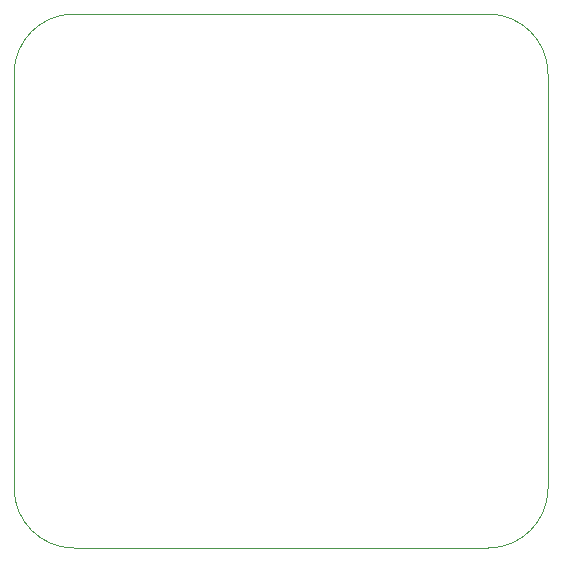
<source format=gm1>
%TF.GenerationSoftware,KiCad,Pcbnew,(7.0.0)*%
%TF.CreationDate,2023-11-22T19:41:51+05:30*%
%TF.ProjectId,Drone_Controller_3.0,44726f6e-655f-4436-9f6e-74726f6c6c65,rev?*%
%TF.SameCoordinates,Original*%
%TF.FileFunction,Profile,NP*%
%FSLAX46Y46*%
G04 Gerber Fmt 4.6, Leading zero omitted, Abs format (unit mm)*
G04 Created by KiCad (PCBNEW (7.0.0)) date 2023-11-22 19:41:51*
%MOMM*%
%LPD*%
G01*
G04 APERTURE LIST*
%TA.AperFunction,Profile*%
%ADD10C,0.100000*%
%TD*%
G04 APERTURE END LIST*
D10*
X127254000Y-45713654D02*
X162306000Y-45713654D01*
X162306000Y-90932000D02*
G75*
G03*
X167386000Y-85852000I0J5080000D01*
G01*
X162306000Y-90932000D02*
X127254000Y-90932000D01*
X167386000Y-50800000D02*
G75*
G03*
X162306000Y-45720000I-5080000J0D01*
G01*
X167386000Y-50800000D02*
X167386000Y-85852000D01*
X122174000Y-85852000D02*
G75*
G03*
X127254000Y-90932000I5080000J0D01*
G01*
X122167654Y-50800000D02*
X122167654Y-85852000D01*
X127254000Y-45713654D02*
G75*
G03*
X122167654Y-50800000I0J-5086346D01*
G01*
M02*

</source>
